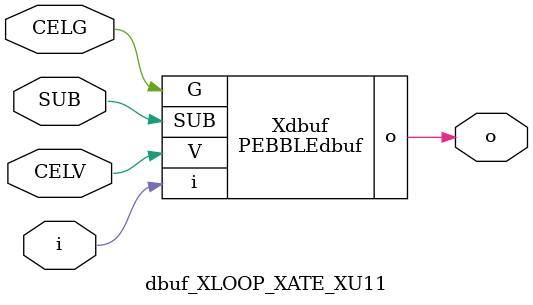
<source format=v>



module PEBBLEdbuf ( o, G, SUB, V, i );

  input V;
  input i;
  input G;
  output o;
  input SUB;
endmodule

//Celera Confidential Do Not Copy dbuf_XLOOP_XATE_XU11
//Celera Confidential Symbol Generator
//Digital Buffer
module dbuf_XLOOP_XATE_XU11 (CELV,CELG,i,o,SUB);
input CELV;
input CELG;
input i;
input SUB;
output o;

//Celera Confidential Do Not Copy dbuf
PEBBLEdbuf Xdbuf(
.V (CELV),
.i (i),
.o (o),
.SUB (SUB),
.G (CELG)
);
//,diesize,PEBBLEdbuf

//Celera Confidential Do Not Copy Module End
//Celera Schematic Generator
endmodule

</source>
